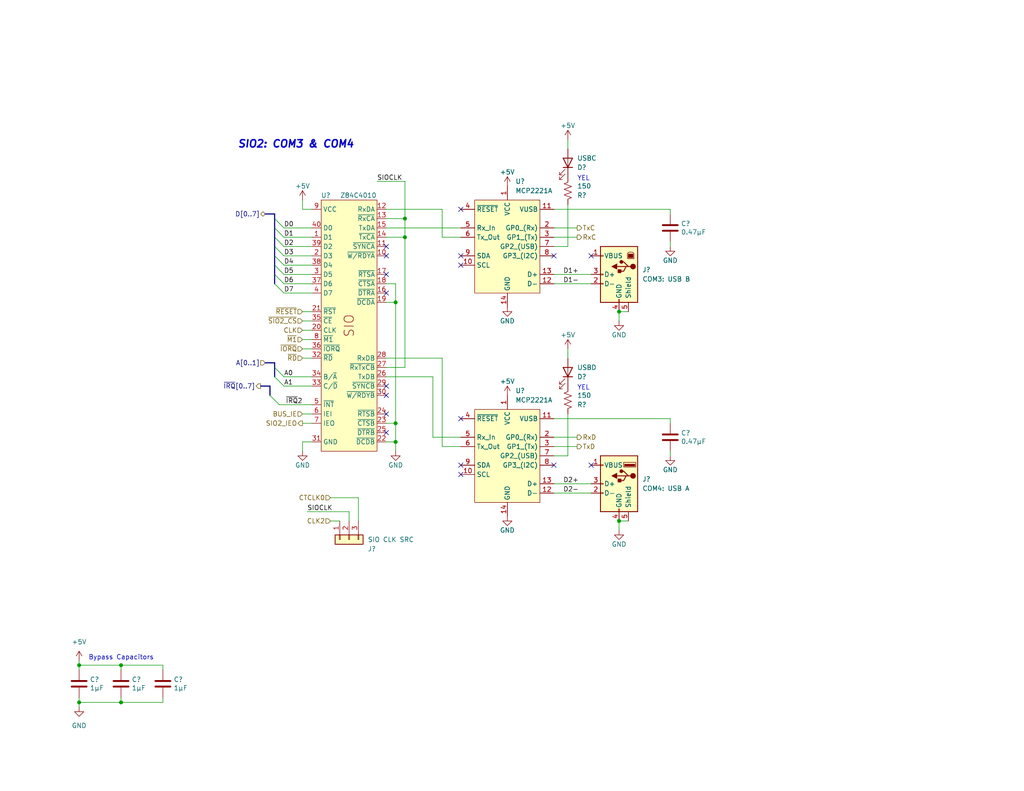
<source format=kicad_sch>
(kicad_sch (version 20230121) (generator eeschema)
  (paper "USLetter")
  (title_block (title "COM ports 3 and 4 (TTL)") (date "2023-08-24") (rev "1.2") (company "Frédéric Segard") (comment 1 "@microhobbyist") (comment 4 "A big thank you to John Winans, Grant Searle and Sergey Kiselev for their inspiration"))
  (lib_symbols
    (symbol "+5V_1" (power) (pin_names (offset 0))
      (property "Value" "+5V_1" (at 0 3.556 0))
      (symbol "+5V_1_0_1"
        (polyline (pts (xy -0.762 1.27) (xy 0 2.54)))
        (polyline (pts (xy 0 0) (xy 0 2.54)))
        (polyline (pts (xy 0 2.54) (xy 0.762 1.27)))
      )
      (symbol "+5V_1_1_1"
        (pin power_in line (at 0 0 90) (length 0) hide (name "+5V") (number "1"))
      )
    )
    (symbol "0_Library:MCP2221A"
      (property "Reference" "U" (at -10.16 1.27 0))
      (property "Value" "MCP2221A" (at 1.27 1.27 0))
      (symbol "MCP2221A_0_1"
        (rectangle (start -8.89 0) (end 8.89 -25.4) (stroke (width 0.1524)) (fill (type background)))
      )
      (symbol "MCP2221A_1_1"
        (pin power_in line (at 0 3.81 270) (length 3.81) (name "VCC") (number "1"))
        (pin bidirectional line (at -12.7 -17.78 0) (length 3.81) (name "SCL") (number "10"))
        (pin power_out line (at 12.7 -2.54 180) (length 3.81) (name "VUSB") (number "11"))
        (pin bidirectional line (at 12.7 -22.86 180) (length 3.81) (name "D-") (number "12"))
        (pin bidirectional line (at 12.7 -20.32 180) (length 3.81) (name "D+") (number "13"))
        (pin power_in line (at 0 -29.21 90) (length 3.81) (name "GND") (number "14"))
        (pin bidirectional line (at 12.7 -7.62 180) (length 3.81) (name "GP0_(Rx)") (number "2"))
        (pin bidirectional line (at 12.7 -10.16 180) (length 3.81) (name "GP1_(Tx)") (number "3"))
        (pin input line (at -12.7 -2.54 0) (length 3.81) (name "~{RESET}") (number "4"))
        (pin input line (at -12.7 -7.62 0) (length 3.81) (name "Rx_In") (number "5"))
        (pin output line (at -12.7 -10.16 0) (length 3.81) (name "Tx_Out") (number "6"))
        (pin bidirectional line (at 12.7 -12.7 180) (length 3.81) (name "GP2_(USB)") (number "7"))
        (pin bidirectional line (at 12.7 -15.24 180) (length 3.81) (name "GP3_(I2C)") (number "8"))
        (pin bidirectional line (at -12.7 -15.24 0) (length 3.81) (name "SDA") (number "9"))
      )
    )
    (symbol "0_Library:Z84C40xx SIO"
      (property "Reference" "U" (at -7.62 1.27 0))
      (property "Value" "Z84C40xx SIO" (at 1.27 1.27 0))
      (symbol "Z84C40xx SIO_0_0"
        (text "SIO" (at 0 -34.29 900) (effects (font (size 2.54 2.54))))
      )
      (symbol "Z84C40xx SIO_0_1"
        (rectangle (start -7.62 0) (end 7.62 -68.58) (stroke (width 0.1524)) (fill (type background)))
      )
      (symbol "Z84C40xx SIO_1_1"
        (pin bidirectional line (at -10.16 -10.16 0) (length 2.54) (name "D1") (number "1"))
        (pin output line (at 10.16 -15.24 180) (length 2.54) (name "~{W/RDYA}") (number "10"))
        (pin bidirectional line (at 10.16 -12.7 180) (length 2.54) (name "~{SYNCA}") (number "11"))
        (pin input line (at 10.16 -2.54 180) (length 2.54) (name "RxDA") (number "12"))
        (pin input line (at 10.16 -5.08 180) (length 2.54) (name "~{RxCA}") (number "13"))
        (pin input line (at 10.16 -10.16 180) (length 2.54) (name "~{TxCA}") (number "14"))
        (pin output line (at 10.16 -7.62 180) (length 2.54) (name "TxDA") (number "15"))
        (pin output line (at 10.16 -25.4 180) (length 2.54) (name "~{DTRA}") (number "16"))
        (pin output line (at 10.16 -20.32 180) (length 2.54) (name "~{RTSA}") (number "17"))
        (pin input line (at 10.16 -22.86 180) (length 2.54) (name "~{CTSA}") (number "18"))
        (pin input line (at 10.16 -27.94 180) (length 2.54) (name "~{DCDA}") (number "19"))
        (pin bidirectional line (at -10.16 -15.24 0) (length 2.54) (name "D3") (number "2"))
        (pin input line (at -10.16 -35.56 0) (length 2.54) (name "CLK") (number "20"))
        (pin input line (at -10.16 -30.48 0) (length 2.54) (name "~{RST}") (number "21"))
        (pin input line (at 10.16 -66.04 180) (length 2.54) (name "~{DCDB}") (number "22"))
        (pin input line (at 10.16 -60.96 180) (length 2.54) (name "~{CTSB}") (number "23"))
        (pin output line (at 10.16 -58.42 180) (length 2.54) (name "~{RTSB}") (number "24"))
        (pin output line (at 10.16 -63.5 180) (length 2.54) (name "~{DTRB}") (number "25"))
        (pin output line (at 10.16 -48.26 180) (length 2.54) (name "TxDB") (number "26"))
        (pin input line (at 10.16 -45.72 180) (length 2.54) (name "~{RxTxCB}") (number "27"))
        (pin input line (at 10.16 -43.18 180) (length 2.54) (name "RxDB") (number "28"))
        (pin bidirectional line (at 10.16 -50.8 180) (length 2.54) (name "~{SYNCB}") (number "29"))
        (pin bidirectional line (at -10.16 -20.32 0) (length 2.54) (name "D5") (number "3"))
        (pin output line (at 10.16 -53.34 180) (length 2.54) (name "~{W/RDYB}") (number "30"))
        (pin power_in line (at -10.16 -66.04 0) (length 2.54) (name "GND") (number "31"))
        (pin input line (at -10.16 -43.18 0) (length 2.54) (name "~{RD}") (number "32"))
        (pin input line (at -10.16 -50.8 0) (length 2.54) (name "C/~{D}") (number "33"))
        (pin input line (at -10.16 -48.26 0) (length 2.54) (name "B/~{A}") (number "34"))
        (pin input line (at -10.16 -33.02 0) (length 2.54) (name "~{CE}") (number "35"))
        (pin input line (at -10.16 -40.64 0) (length 2.54) (name "~{IORQ}") (number "36"))
        (pin bidirectional line (at -10.16 -22.86 0) (length 2.54) (name "D6") (number "37"))
        (pin bidirectional line (at -10.16 -17.78 0) (length 2.54) (name "D4") (number "38"))
        (pin bidirectional line (at -10.16 -12.7 0) (length 2.54) (name "D2") (number "39"))
        (pin bidirectional line (at -10.16 -25.4 0) (length 2.54) (name "D7") (number "4"))
        (pin bidirectional line (at -10.16 -7.62 0) (length 2.54) (name "D0") (number "40"))
        (pin open_collector line (at -10.16 -55.88 0) (length 2.54) (name "~{INT}") (number "5"))
        (pin input line (at -10.16 -58.42 0) (length 2.54) (name "IEI") (number "6"))
        (pin output line (at -10.16 -60.96 0) (length 2.54) (name "IEO") (number "7"))
        (pin input line (at -10.16 -38.1 0) (length 2.54) (name "~{M1}") (number "8"))
        (pin power_in line (at -10.16 -2.54 0) (length 2.54) (name "VCC") (number "9"))
      )
    )
    (symbol "Connector:USB_A" (pin_names (offset 1.016))
      (property "Reference" "J" (at -5.08 11.43 0))
      (property "Value" "USB_A" (at -5.08 8.89 0))
      (symbol "USB_A_0_1"
        (rectangle (start -5.08 -7.62) (end 5.08 7.62) (stroke (width 0.254)) (fill (type background)))
        (circle (center -3.81 2.159) (radius 0.635) (stroke (width 0.254)) (fill (type outline)))
        (rectangle (start -1.524 4.826) (end -4.318 5.334) (fill (type outline)))
        (rectangle (start -1.27 4.572) (end -4.572 5.842))
        (circle (center -0.635 3.429) (radius 0.381) (stroke (width 0.254)) (fill (type outline)))
        (rectangle (start -0.127 -7.62) (end 0.127 -6.858))
        (polyline (pts (xy -3.175 2.159) (xy -2.54 2.159) (xy -1.27 3.429) (xy -0.635 3.429)) (stroke (width 0.254)))
        (polyline (pts (xy -2.54 2.159) (xy -1.905 2.159) (xy -1.27 0.889) (xy 0 0.889)) (stroke (width 0.254)))
        (polyline (pts (xy 0.635 2.794) (xy 0.635 1.524) (xy 1.905 2.159) (xy 0.635 2.794)) (stroke (width 0.254)) (fill (type outline)))
        (rectangle (start 0.254 1.27) (end -0.508 0.508) (stroke (width 0.254)) (fill (type outline)))
        (rectangle (start 5.08 -2.667) (end 4.318 -2.413))
        (rectangle (start 5.08 -0.127) (end 4.318 0.127))
        (rectangle (start 5.08 4.953) (end 4.318 5.207))
      )
      (symbol "USB_A_1_1"
        (polyline (pts (xy -1.905 2.159) (xy 0.635 2.159)) (stroke (width 0.254)))
        (pin power_in line (at 7.62 5.08 180) (length 2.54) (name "VBUS") (number "1"))
        (pin bidirectional line (at 7.62 -2.54 180) (length 2.54) (name "D-") (number "2"))
        (pin bidirectional line (at 7.62 0 180) (length 2.54) (name "D+") (number "3"))
        (pin power_in line (at 0 -10.16 90) (length 2.54) (name "GND") (number "4"))
        (pin passive line (at -2.54 -10.16 90) (length 2.54) (name "Shield") (number "5"))
      )
    )
    (symbol "Connector:USB_B" (pin_names (offset 1.016))
      (property "Reference" "J" (at -5.08 11.43 0))
      (property "Value" "USB_B" (at -5.08 8.89 0))
      (symbol "USB_B_0_1"
        (rectangle (start -5.08 -7.62) (end 5.08 7.62) (stroke (width 0.254)) (fill (type background)))
        (circle (center -3.81 2.159) (radius 0.635) (stroke (width 0.254)) (fill (type outline)))
        (rectangle (start -3.81 5.588) (end -2.54 4.572) (fill (type outline)))
        (circle (center -0.635 3.429) (radius 0.381) (stroke (width 0.254)) (fill (type outline)))
        (rectangle (start -0.127 -7.62) (end 0.127 -6.858))
        (polyline (pts (xy -1.905 2.159) (xy 0.635 2.159)) (stroke (width 0.254)))
        (polyline (pts (xy -3.175 2.159) (xy -2.54 2.159) (xy -1.27 3.429) (xy -0.635 3.429)) (stroke (width 0.254)))
        (polyline (pts (xy -2.54 2.159) (xy -1.905 2.159) (xy -1.27 0.889) (xy 0 0.889)) (stroke (width 0.254)))
        (polyline (pts (xy 0.635 2.794) (xy 0.635 1.524) (xy 1.905 2.159) (xy 0.635 2.794)) (stroke (width 0.254)) (fill (type outline)))
        (polyline (pts (xy -4.064 4.318) (xy -2.286 4.318) (xy -2.286 5.715) (xy -2.667 6.096) (xy -3.683 6.096) (xy -4.064 5.715) (xy -4.064 4.318)))
        (rectangle (start 0.254 1.27) (end -0.508 0.508) (stroke (width 0.254)) (fill (type outline)))
        (rectangle (start 5.08 -2.667) (end 4.318 -2.413))
        (rectangle (start 5.08 -0.127) (end 4.318 0.127))
        (rectangle (start 5.08 4.953) (end 4.318 5.207))
      )
      (symbol "USB_B_1_1"
        (pin power_out line (at 7.62 5.08 180) (length 2.54) (name "VBUS") (number "1"))
        (pin bidirectional line (at 7.62 -2.54 180) (length 2.54) (name "D-") (number "2"))
        (pin bidirectional line (at 7.62 0 180) (length 2.54) (name "D+") (number "3"))
        (pin power_out line (at 0 -10.16 90) (length 2.54) (name "GND") (number "4"))
        (pin passive line (at -2.54 -10.16 90) (length 2.54) (name "Shield") (number "5"))
      )
    )
    (symbol "Connector_Generic:Conn_01x03" (pin_names (offset 1.016) hide)
      (property "Reference" "J" (at 0 5.08 0))
      (property "Value" "Conn_01x03" (at 0 -5.08 0))
      (symbol "Conn_01x03_1_1"
        (rectangle (start -1.27 -2.413) (end 0 -2.667) (stroke (width 0.1524)))
        (rectangle (start -1.27 0.127) (end 0 -0.127) (stroke (width 0.1524)))
        (rectangle (start -1.27 2.667) (end 0 2.413) (stroke (width 0.1524)))
        (rectangle (start -1.27 3.81) (end 1.27 -3.81) (stroke (width 0.254)) (fill (type background)))
        (pin passive line (at -5.08 2.54 0) (length 3.81) (name "Pin_1") (number "1"))
        (pin passive line (at -5.08 0 0) (length 3.81) (name "Pin_2") (number "2"))
        (pin passive line (at -5.08 -2.54 0) (length 3.81) (name "Pin_3") (number "3"))
      )
    )
    (symbol "Device:C" (pin_numbers hide) (pin_names (offset 0.254))
      (property "Reference" "C" (at 0.635 2.54 0))
      (property "Value" "C" (at 0.635 -2.54 0))
      (symbol "C_0_1"
        (polyline (pts (xy -2.032 -0.762) (xy 2.032 -0.762)) (stroke (width 0.508)))
        (polyline (pts (xy -2.032 0.762) (xy 2.032 0.762)) (stroke (width 0.508)))
      )
      (symbol "C_1_1"
        (pin passive line (at 0 3.81 270) (length 2.794) (name "~") (number "1"))
        (pin passive line (at 0 -3.81 90) (length 2.794) (name "~") (number "2"))
      )
    )
    (symbol "Device:LED" (pin_numbers hide) (pin_names (offset 1.016) hide)
      (property "Reference" "D" (at 0 2.54 0))
      (property "Value" "LED" (at 0 -2.54 0))
      (symbol "LED_0_1"
        (polyline (pts (xy -1.27 -1.27) (xy -1.27 1.27)) (stroke (width 0.254)))
        (polyline (pts (xy -1.27 0) (xy 1.27 0)))
        (polyline (pts (xy 1.27 -1.27) (xy 1.27 1.27) (xy -1.27 0) (xy 1.27 -1.27)) (stroke (width 0.254)))
        (polyline (pts (xy -3.048 -0.762) (xy -4.572 -2.286) (xy -3.81 -2.286) (xy -4.572 -2.286) (xy -4.572 -1.524)))
        (polyline (pts (xy -1.778 -0.762) (xy -3.302 -2.286) (xy -2.54 -2.286) (xy -3.302 -2.286) (xy -3.302 -1.524)))
      )
      (symbol "LED_1_1"
        (pin passive line (at -3.81 0 0) (length 2.54) (name "K") (number "1"))
        (pin passive line (at 3.81 0 180) (length 2.54) (name "A") (number "2"))
      )
    )
    (symbol "Device:R_US" (pin_numbers hide) (pin_names (offset 0))
      (property "Reference" "R" (at 2.54 0 90))
      (property "Value" "R_US" (at -2.54 0 90))
      (symbol "R_US_0_1"
        (polyline (pts (xy 0 -2.286) (xy 0 -2.54)))
        (polyline (pts (xy 0 2.286) (xy 0 2.54)))
        (polyline (pts (xy 0 -0.762) (xy 1.016 -1.143) (xy 0 -1.524) (xy -1.016 -1.905) (xy 0 -2.286)))
        (polyline (pts (xy 0 0.762) (xy 1.016 0.381) (xy 0 0) (xy -1.016 -0.381) (xy 0 -0.762)))
        (polyline (pts (xy 0 2.286) (xy 1.016 1.905) (xy 0 1.524) (xy -1.016 1.143) (xy 0 0.762)))
      )
      (symbol "R_US_1_1"
        (pin passive line (at 0 3.81 270) (length 1.27) (name "~") (number "1"))
        (pin passive line (at 0 -3.81 90) (length 1.27) (name "~") (number "2"))
      )
    )
    (symbol "GND_1" (power) (pin_names (offset 0))
      (property "Value" "GND_1" (at 0 -3.81 0))
      (symbol "GND_1_0_1"
        (polyline (pts (xy 0 0) (xy 0 -1.27) (xy 1.27 -1.27) (xy 0 -2.54) (xy -1.27 -1.27) (xy 0 -1.27)))
      )
      (symbol "GND_1_1_1"
        (pin power_in line (at 0 0 270) (length 0) hide (name "GND") (number "1"))
      )
    )
  )
  (junction (at 110.49 59.69))
  (junction (at 107.95 115.57))
  (junction (at 21.59 191.77))
  (junction (at 110.49 64.77))
  (junction (at 168.91 142.24))
  (junction (at 21.59 181.61))
  (junction (at 168.91 85.09))
  (junction (at 107.95 82.55))
  (junction (at 107.95 120.65))
  (junction (at 33.02 191.77))
  (junction (at 33.02 181.61))
  (no_connect (at 125.73 69.85))
  (no_connect (at 105.41 80.01))
  (no_connect (at 125.73 127))
  (no_connect (at 105.41 113.03))
  (no_connect (at 105.41 67.31))
  (no_connect (at 151.13 127))
  (no_connect (at 105.41 107.95))
  (no_connect (at 105.41 74.93))
  (no_connect (at 105.41 105.41))
  (no_connect (at 151.13 69.85))
  (no_connect (at 125.73 129.54))
  (no_connect (at 125.73 72.39))
  (no_connect (at 105.41 118.11))
  (no_connect (at 161.29 127))
  (no_connect (at 125.73 114.3))
  (no_connect (at 161.29 69.85))
  (no_connect (at 105.41 69.85))
  (no_connect (at 125.73 57.15))
  (bus_entry (at 74.93 77.47) (size 2.54 2.54))
  (bus_entry (at 74.93 69.85) (size 2.54 2.54))
  (bus_entry (at 74.93 64.77) (size 2.54 2.54))
  (bus_entry (at 74.93 67.31) (size 2.54 2.54))
  (bus_entry (at 74.93 59.69) (size 2.54 2.54))
  (bus_entry (at 74.93 74.93) (size 2.54 2.54))
  (bus_entry (at 74.93 100.33) (size 2.54 2.54))
  (bus_entry (at 74.93 102.87) (size 2.54 2.54))
  (bus_entry (at 74.93 62.23) (size 2.54 2.54))
  (bus_entry (at 74.93 72.39) (size 2.54 2.54))
  (bus_entry (at 73.66 107.95) (size 2.54 2.54))
  (wire (pts (xy 182.88 58.42) (xy 182.88 57.15)))
  (wire (pts (xy 182.88 115.57) (xy 182.88 114.3)))
  (wire (pts (xy 151.13 57.15) (xy 182.88 57.15)))
  (wire (pts (xy 77.47 105.41) (xy 85.09 105.41)))
  (wire (pts (xy 82.55 87.63) (xy 85.09 87.63)))
  (wire (pts (xy 82.55 113.03) (xy 85.09 113.03)))
  (wire (pts (xy 83.82 139.7) (xy 95.25 139.7)))
  (wire (pts (xy 151.13 124.46) (xy 154.94 124.46)))
  (wire (pts (xy 105.41 100.33) (xy 110.49 100.33)))
  (wire (pts (xy 77.47 72.39) (xy 85.09 72.39)))
  (wire (pts (xy 151.13 62.23) (xy 157.48 62.23)))
  (wire (pts (xy 21.59 181.61) (xy 21.59 182.88)))
  (wire (pts (xy 125.73 121.92) (xy 120.65 121.92)))
  (wire (pts (xy 97.79 135.89) (xy 97.79 142.24)))
  (wire (pts (xy 168.91 85.09) (xy 168.91 87.63)))
  (wire (pts (xy 44.45 182.88) (xy 44.45 181.61)))
  (wire (pts (xy 33.02 190.5) (xy 33.02 191.77)))
  (wire (pts (xy 105.41 115.57) (xy 107.95 115.57)))
  (wire (pts (xy 151.13 119.38) (xy 157.48 119.38)))
  (wire (pts (xy 82.55 120.65) (xy 82.55 123.19)))
  (wire (pts (xy 182.88 114.3) (xy 151.13 114.3)))
  (wire (pts (xy 44.45 190.5) (xy 44.45 191.77)))
  (wire (pts (xy 151.13 67.31) (xy 154.94 67.31)))
  (wire (pts (xy 77.47 64.77) (xy 85.09 64.77)))
  (bus (pts (xy 74.93 102.87) (xy 74.93 100.33)))
  (wire (pts (xy 182.88 67.31) (xy 182.88 66.04)))
  (bus (pts (xy 72.39 99.06) (xy 74.93 99.06)))
  (wire (pts (xy 154.94 113.03) (xy 154.94 124.46)))
  (bus (pts (xy 74.93 74.93) (xy 74.93 72.39)))
  (wire (pts (xy 105.41 82.55) (xy 107.95 82.55)))
  (wire (pts (xy 102.87 49.53) (xy 110.49 49.53)))
  (wire (pts (xy 77.47 80.01) (xy 85.09 80.01)))
  (wire (pts (xy 82.55 97.79) (xy 85.09 97.79)))
  (wire (pts (xy 105.41 77.47) (xy 107.95 77.47)))
  (wire (pts (xy 77.47 67.31) (xy 85.09 67.31)))
  (wire (pts (xy 154.94 95.25) (xy 154.94 97.79)))
  (wire (pts (xy 107.95 77.47) (xy 107.95 82.55)))
  (bus (pts (xy 74.93 69.85) (xy 74.93 67.31)))
  (wire (pts (xy 110.49 64.77) (xy 105.41 64.77)))
  (wire (pts (xy 105.41 62.23) (xy 125.73 62.23)))
  (wire (pts (xy 77.47 69.85) (xy 85.09 69.85)))
  (wire (pts (xy 168.91 85.09) (xy 171.45 85.09)))
  (wire (pts (xy 76.2 110.49) (xy 85.09 110.49)))
  (bus (pts (xy 74.93 67.31) (xy 74.93 64.77)))
  (wire (pts (xy 44.45 181.61) (xy 33.02 181.61)))
  (wire (pts (xy 151.13 134.62) (xy 161.29 134.62)))
  (wire (pts (xy 151.13 121.92) (xy 157.48 121.92)))
  (wire (pts (xy 33.02 181.61) (xy 21.59 181.61)))
  (bus (pts (xy 74.93 59.69) (xy 74.93 58.42)))
  (wire (pts (xy 168.91 142.24) (xy 171.45 142.24)))
  (wire (pts (xy 151.13 64.77) (xy 157.48 64.77)))
  (wire (pts (xy 151.13 74.93) (xy 161.29 74.93)))
  (wire (pts (xy 33.02 182.88) (xy 33.02 181.61)))
  (wire (pts (xy 151.13 77.47) (xy 161.29 77.47)))
  (wire (pts (xy 151.13 132.08) (xy 161.29 132.08)))
  (bus (pts (xy 72.39 58.42) (xy 74.93 58.42)))
  (wire (pts (xy 77.47 62.23) (xy 85.09 62.23)))
  (wire (pts (xy 21.59 191.77) (xy 33.02 191.77)))
  (bus (pts (xy 74.93 77.47) (xy 74.93 74.93)))
  (wire (pts (xy 77.47 74.93) (xy 85.09 74.93)))
  (wire (pts (xy 154.94 55.88) (xy 154.94 67.31)))
  (wire (pts (xy 82.55 92.71) (xy 85.09 92.71)))
  (wire (pts (xy 110.49 59.69) (xy 110.49 49.53)))
  (wire (pts (xy 21.59 190.5) (xy 21.59 191.77)))
  (bus (pts (xy 74.93 64.77) (xy 74.93 62.23)))
  (wire (pts (xy 82.55 95.25) (xy 85.09 95.25)))
  (wire (pts (xy 107.95 82.55) (xy 107.95 115.57)))
  (wire (pts (xy 105.41 120.65) (xy 107.95 120.65)))
  (wire (pts (xy 105.41 57.15) (xy 120.65 57.15)))
  (wire (pts (xy 82.55 90.17) (xy 85.09 90.17)))
  (wire (pts (xy 90.17 135.89) (xy 97.79 135.89)))
  (wire (pts (xy 118.11 102.87) (xy 105.41 102.87)))
  (wire (pts (xy 107.95 120.65) (xy 107.95 123.19)))
  (wire (pts (xy 110.49 59.69) (xy 105.41 59.69)))
  (wire (pts (xy 85.09 120.65) (xy 82.55 120.65)))
  (wire (pts (xy 82.55 54.61) (xy 82.55 57.15)))
  (wire (pts (xy 21.59 180.34) (xy 21.59 181.61)))
  (bus (pts (xy 74.93 100.33) (xy 74.93 99.06)))
  (bus (pts (xy 71.12 105.41) (xy 73.66 105.41)))
  (bus (pts (xy 74.93 72.39) (xy 74.93 69.85)))
  (bus (pts (xy 74.93 62.23) (xy 74.93 59.69)))
  (wire (pts (xy 120.65 57.15) (xy 120.65 64.77)))
  (wire (pts (xy 118.11 119.38) (xy 125.73 119.38)))
  (wire (pts (xy 77.47 77.47) (xy 85.09 77.47)))
  (bus (pts (xy 73.66 105.41) (xy 73.66 107.95)))
  (wire (pts (xy 105.41 97.79) (xy 120.65 97.79)))
  (wire (pts (xy 95.25 139.7) (xy 95.25 142.24)))
  (wire (pts (xy 107.95 115.57) (xy 107.95 120.65)))
  (wire (pts (xy 110.49 100.33) (xy 110.49 64.77)))
  (wire (pts (xy 90.17 142.24) (xy 92.71 142.24)))
  (wire (pts (xy 85.09 57.15) (xy 82.55 57.15)))
  (wire (pts (xy 33.02 191.77) (xy 44.45 191.77)))
  (wire (pts (xy 110.49 64.77) (xy 110.49 59.69)))
  (wire (pts (xy 82.55 115.57) (xy 85.09 115.57)))
  (wire (pts (xy 154.94 38.1) (xy 154.94 40.64)))
  (wire (pts (xy 168.91 142.24) (xy 168.91 144.78)))
  (wire (pts (xy 120.65 97.79) (xy 120.65 121.92)))
  (wire (pts (xy 77.47 102.87) (xy 85.09 102.87)))
  (wire (pts (xy 82.55 85.09) (xy 85.09 85.09)))
  (wire (pts (xy 21.59 191.77) (xy 21.59 193.04)))
  (wire (pts (xy 125.73 64.77) (xy 120.65 64.77)))
  (wire (pts (xy 118.11 119.38) (xy 118.11 102.87)))
  (wire (pts (xy 182.88 124.46) (xy 182.88 123.19)))
  (text "YEL" (at 157.48 49.53 0) (effects (font (size 1.27 1.27)) (justify left bottom)))
  (text "SIO2: COM3 & COM4" (at 64.77 40.64 0) (effects (font (size 2 2) (thickness 0.4) bold italic) (justify left bottom)))
  (text "YEL" (at 157.48 106.68 0) (effects (font (size 1.27 1.27)) (justify left bottom)))
  (text "Bypass Capacitors" (at 24.13 180.34 0) (effects (font (size 1.27 1.27)) (justify left bottom)))
  (label "D5" (at 77.47 74.93 0))
  (label "D2+" (at 153.67 132.08 0))
  (label "D1" (at 77.47 64.77 0))
  (label "~{IRQ}2" (at 82.55 110.49 180))
  (label "D6" (at 77.47 77.47 0))
  (label "A1" (at 77.47 105.41 0))
  (label "D2" (at 77.47 67.31 0))
  (label "D2-" (at 153.67 134.62 0))
  (label "D1-" (at 153.67 77.47 0))
  (label "D7" (at 77.47 80.01 0))
  (label "SIOCLK" (at 102.87 49.53 0))
  (label "D3" (at 77.47 69.85 0))
  (label "D4" (at 77.47 72.39 0))
  (label "D1+" (at 153.67 74.93 0))
  (label "SIOCLK" (at 83.82 139.7 0))
  (label "D0" (at 77.47 62.23 0))
  (label "A0" (at 77.47 102.87 0))
  (hierarchical_label "~{RD}" (shape input) (at 82.55 97.79 180))
  (hierarchical_label "CLK2" (shape input) (at 90.17 142.24 180))
  (hierarchical_label "~{IORQ}" (shape input) (at 82.55 95.25 180))
  (hierarchical_label "CTCLK0" (shape input) (at 90.17 135.89 180))
  (hierarchical_label "CLK" (shape input) (at 82.55 90.17 180))
  (hierarchical_label "TxD" (shape output) (at 157.48 121.92 0))
  (hierarchical_label "SIO2_IEO" (shape output) (at 82.55 115.57 180))
  (hierarchical_label "RxD" (shape output) (at 157.48 119.38 0))
  (hierarchical_label "TxC" (shape output) (at 157.48 62.23 0))
  (hierarchical_label "D[0..7]" (shape bidirectional) (at 72.39 58.42 180))
  (hierarchical_label "~{M1}" (shape input) (at 82.55 92.71 180))
  (hierarchical_label "BUS_IE" (shape input) (at 82.55 113.03 180))
  (hierarchical_label "A[0..1]" (shape input) (at 72.39 99.06 180))
  (hierarchical_label "RxC" (shape output) (at 157.48 64.77 0))
  (hierarchical_label "~{RESET}" (shape input) (at 82.55 85.09 180))
  (hierarchical_label "~{IRQ}[0..7]" (shape output) (at 71.12 105.41 180))
  (hierarchical_label "~{SIO2_CS}" (shape input) (at 82.55 87.63 180))
  (symbol (lib_id "Device:C") (at 21.59 186.69 0) (unit 1)
    (property "Reference" "C?" (at 24.511 185.5216 0) (effects (justify left)))
    (property "Value" "1µF" (at 24.511 187.833 0) (effects (justify left)))
    (property "Footprint" "Capacitor_THT:C_Disc_D3.0mm_W1.6mm_P2.50mm" (effects hide))
    (instances (project "1 - Main CPU board with basic peripherals (rev5)" (path "" (reference "C?") (unit 1))) (project "2 - CPU and memory card with the essential peripherals" (path "" (reference "C?") (unit 1))) (project "4 - Quad serial" (path "" (reference "C?") (unit 1)) (path "" (reference "C?") (unit 1)) (path "" (reference "C18") (unit 1))))
  )
  (symbol (lib_name "GND_1") (lib_id "power:GND") (at 182.88 67.31 0) (unit 1)
    (property "Reference" "#PWR?" (effects hide))
    (property "Value" "GND" (at 182.88 71.12 0))
    (instances (project "1 - Main CPU board with basic peripherals (rev5)" (path "" (reference "#PWR?") (unit 1))) (project "2 - CPU and memory card with the essential peripherals" (path "" (reference "#PWR?") (unit 1))) (project "4 - Quad serial" (path "" (reference "#PWR?") (unit 1)) (path "" (reference "#PWR?") (unit 1)) (path "" (reference "#PWR051") (unit 1))))
  )
  (symbol (lib_id "Device:LED") (at 154.94 101.6 270) (mirror x) (unit 1)
    (property "Reference" "D?" (at 157.48 102.87 90) (effects (justify left)))
    (property "Value" "USBD" (at 157.48 100.33 90) (effects (justify left)))
    (property "Footprint" "LED_THT:LED_D3.0mm_Horizontal_O1.27mm_Z2.0mm_Clear" (effects hide))
    (instances (project "1 - Main CPU board with basic peripherals (rev5)" (path "" (reference "D?") (unit 1))) (project "1 - Main CPU card with CTC, SIO and PIO" (path "" (reference "D?") (unit 1)) (path "" (reference "D?") (unit 1))) (project "4 - Quad serial" (path "" (reference "D10") (unit 1))))
  )
  (symbol (lib_name "GND_1") (lib_id "power:GND") (at 168.91 87.63 0) (mirror y) (unit 1)
    (property "Reference" "#PWR?" (effects hide))
    (property "Value" "GND" (at 168.91 91.44 0))
    (instances (project "1 - Main CPU board with basic peripherals (rev5)" (path "" (reference "#PWR?") (unit 1))) (project "2 - CPU and memory card with the essential peripherals" (path "" (reference "#PWR?") (unit 1))) (project "4 - Quad serial" (path "" (reference "#PWR?") (unit 1)) (path "" (reference "#PWR?") (unit 1)) (path "" (reference "#PWR049") (unit 1))))
  )
  (symbol (lib_id "0_Library:MCP2221A") (at 138.43 111.76 0) (unit 1)
    (property "Reference" "U?" (at 140.6241 106.68 0) (effects (justify left)))
    (property "Value" "MCP2221A" (at 140.6241 109.22 0) (effects (justify left)))
    (property "Footprint" "Package_DIP:DIP-14_W7.62mm_Socket" (effects hide))
    (property "Datasheet" "https://ww1.microchip.com/downloads/aemDocuments/documents/APID/ProductDocuments/DataSheets/MCP2221A-Data-Sheet-20005565E.pdf" (effects hide))
    (instances (project "1 - Main CPU board with basic peripherals (rev5)" (path "" (reference "U?") (unit 1))) (project "4 - Quad serial" (path "" (reference "U11") (unit 1))))
  )
  (symbol (lib_id "0_Library:MCP2221A") (at 138.43 54.61 0) (unit 1)
    (property "Reference" "U?" (at 140.6241 49.53 0) (effects (justify left)))
    (property "Value" "MCP2221A" (at 140.6241 52.07 0) (effects (justify left)))
    (property "Footprint" "Package_DIP:DIP-14_W7.62mm_Socket" (effects hide))
    (property "Datasheet" "https://ww1.microchip.com/downloads/aemDocuments/documents/APID/ProductDocuments/DataSheets/MCP2221A-Data-Sheet-20005565E.pdf" (effects hide))
    (instances (project "1 - Main CPU board with basic peripherals (rev5)" (path "" (reference "U?") (unit 1))) (project "4 - Quad serial" (path "" (reference "U10") (unit 1))))
  )
  (symbol (lib_name "GND_1") (lib_id "power:GND") (at 138.43 83.82 0) (unit 1)
    (property "Reference" "#PWR?" (effects hide))
    (property "Value" "GND" (at 138.43 87.63 0))
    (instances (project "1 - Main CPU board with basic peripherals (rev5)" (path "" (reference "#PWR?") (unit 1))) (project "2 - CPU and memory card with the essential peripherals" (path "" (reference "#PWR?") (unit 1))) (project "4 - Quad serial" (path "" (reference "#PWR?") (unit 1)) (path "" (reference "#PWR?") (unit 1)) (path "" (reference "#PWR044") (unit 1))))
  )
  (symbol (lib_id "Device:LED") (at 154.94 44.45 270) (mirror x) (unit 1)
    (property "Reference" "D?" (at 157.48 45.72 90) (effects (justify left)))
    (property "Value" "USBC" (at 157.48 43.18 90) (effects (justify left)))
    (property "Footprint" "LED_THT:LED_D3.0mm_Horizontal_O1.27mm_Z2.0mm_Clear" (effects hide))
    (instances (project "1 - Main CPU board with basic peripherals (rev5)" (path "" (reference "D?") (unit 1))) (project "1 - Main CPU card with CTC, SIO and PIO" (path "" (reference "D?") (unit 1)) (path "" (reference "D?") (unit 1))) (project "4 - Quad serial" (path "" (reference "D9") (unit 1))))
  )
  (symbol (lib_id "Connector:USB_B") (at 168.91 74.93 0) (mirror y) (unit 1)
    (property "Reference" "J?" (at 175.26 73.66 0) (effects (justify right)))
    (property "Value" "COM3: USB B" (at 175.26 76.2 0) (effects (justify right)))
    (property "Footprint" "Connector_USB:USB_B_Lumberg_2411_02_Horizontal" (effects hide))
    (property "Datasheet" " ~" (effects hide))
    (instances (project "1 - Main CPU board with basic peripherals (rev5)" (path "" (reference "J?") (unit 1))) (project "4 - Quad serial" (path "" (reference "J7") (unit 1))))
  )
  (symbol (lib_id "0_Library:Z84C40xx SIO") (at 95.25 54.61 0) (unit 1)
    (property "Reference" "U?" (at 88.9 53.34 0))
    (property "Value" "Z84C4010" (at 97.79 53.34 0))
    (property "Footprint" "Package_DIP:DIP-40_W15.24mm_Socket" (effects hide))
    (property "Datasheet" "https://www.mouser.ca/datasheet/2/240/zilgs00978_1-2584731.pdf" (effects hide))
    (instances (project "1 - Main CPU board with basic peripherals (rev5)" (path "" (reference "U?") (unit 1))) (project "2 - CPU and memory card with the essential peripherals" (path "" (reference "U?") (unit 1))) (project "4 - Quad serial" (path "" (reference "U?") (unit 1)) (path "" (reference "U9") (unit 1))))
  )
  (symbol (lib_id "Device:R_US") (at 154.94 52.07 0) (mirror x) (unit 1)
    (property "Reference" "R?" (at 157.48 53.34 0) (effects (justify left)))
    (property "Value" "150" (at 157.48 50.8 0) (effects (justify left)))
    (property "Footprint" "Resistor_THT:R_Axial_DIN0207_L6.3mm_D2.5mm_P10.16mm_Horizontal" (effects hide))
    (instances (project "1 - Main CPU board with basic peripherals (rev5)" (path "" (reference "R?") (unit 1))) (project "1 - Main CPU card with CTC, SIO and PIO" (path "" (reference "R?") (unit 1)) (path "" (reference "R?") (unit 1))) (project "4 - Quad serial" (path "" (reference "R3") (unit 1))))
  )
  (symbol (lib_id "Device:C") (at 182.88 119.38 0) (unit 1)
    (property "Reference" "C?" (at 185.801 118.2116 0) (effects (justify left)))
    (property "Value" "0.47µF" (at 185.801 120.523 0) (effects (justify left)))
    (property "Footprint" "Capacitor_THT:C_Disc_D3.0mm_W1.6mm_P2.50mm" (effects hide))
    (instances (project "1 - Main CPU board with basic peripherals (rev5)" (path "" (reference "C?") (unit 1))) (project "2 - CPU and memory card with the essential peripherals" (path "" (reference "C?") (unit 1))) (project "4 - Quad serial" (path "" (reference "C?") (unit 1)) (path "" (reference "C?") (unit 1)) (path "" (reference "C22") (unit 1))))
  )
  (symbol (lib_id "Connector:USB_A") (at 168.91 132.08 0) (mirror y) (unit 1)
    (property "Reference" "J?" (at 175.26 130.81 0) (effects (justify right)))
    (property "Value" "COM4: USB A" (at 175.26 133.35 0) (effects (justify right)))
    (property "Footprint" "Connector_USB:USB_A_Stewart_SS-52100-001_Horizontal" (effects hide))
    (property "Datasheet" " ~" (effects hide))
    (instances (project "1 - Main CPU board with basic peripherals (rev5)" (path "" (reference "J?") (unit 1))) (project "4 - Quad serial" (path "" (reference "J8") (unit 1))))
  )
  (symbol (lib_name "+5V_1") (lib_id "power:+5V") (at 138.43 107.95 0) (unit 1)
    (property "Reference" "#PWR?" (effects hide))
    (property "Value" "+5V" (at 138.43 104.14 0))
    (instances (project "1 - Main CPU board with basic peripherals (rev5)" (path "" (reference "#PWR?") (unit 1))) (project "2 - CPU and memory card with the essential peripherals" (path "" (reference "#PWR?") (unit 1))) (project "4 - Quad serial" (path "" (reference "#PWR?") (unit 1)) (path "" (reference "#PWR?") (unit 1)) (path "" (reference "#PWR045") (unit 1))))
  )
  (symbol (lib_id "Device:R_US") (at 154.94 109.22 0) (mirror x) (unit 1)
    (property "Reference" "R?" (at 157.48 110.49 0) (effects (justify left)))
    (property "Value" "150" (at 157.48 107.95 0) (effects (justify left)))
    (property "Footprint" "Resistor_THT:R_Axial_DIN0207_L6.3mm_D2.5mm_P10.16mm_Horizontal" (effects hide))
    (instances (project "1 - Main CPU board with basic peripherals (rev5)" (path "" (reference "R?") (unit 1))) (project "1 - Main CPU card with CTC, SIO and PIO" (path "" (reference "R?") (unit 1)) (path "" (reference "R?") (unit 1))) (project "4 - Quad serial" (path "" (reference "R4") (unit 1))))
  )
  (symbol (lib_name "GND_1") (lib_id "power:GND") (at 107.95 123.19 0) (unit 1)
    (property "Reference" "#PWR?" (effects hide))
    (property "Value" "GND" (at 107.95 127 0))
    (instances (project "1 - Main CPU board with basic peripherals (rev5)" (path "" (reference "#PWR?") (unit 1))) (project "2 - CPU and memory card with the essential peripherals" (path "" (reference "#PWR?") (unit 1))) (project "4 - Quad serial" (path "" (reference "#PWR?") (unit 1)) (path "" (reference "#PWR?") (unit 1)) (path "" (reference "#PWR042") (unit 1))))
  )
  (symbol (lib_name "+5V_1") (lib_id "power:+5V") (at 154.94 38.1 0) (unit 1)
    (property "Reference" "#PWR?" (effects hide))
    (property "Value" "+5V" (at 154.94 34.29 0))
    (instances (project "1 - Main CPU board with basic peripherals (rev5)" (path "" (reference "#PWR?") (unit 1))) (project "2 - CPU and memory card with the essential peripherals" (path "" (reference "#PWR?") (unit 1))) (project "4 - Quad serial" (path "" (reference "#PWR?") (unit 1)) (path "" (reference "#PWR?") (unit 1)) (path "" (reference "#PWR047") (unit 1))))
  )
  (symbol (lib_name "+5V_1") (lib_id "power:+5V") (at 154.94 95.25 0) (unit 1)
    (property "Reference" "#PWR?" (effects hide))
    (property "Value" "+5V" (at 154.94 91.44 0))
    (instances (project "1 - Main CPU board with basic peripherals (rev5)" (path "" (reference "#PWR?") (unit 1))) (project "2 - CPU and memory card with the essential peripherals" (path "" (reference "#PWR?") (unit 1))) (project "4 - Quad serial" (path "" (reference "#PWR?") (unit 1)) (path "" (reference "#PWR?") (unit 1)) (path "" (reference "#PWR048") (unit 1))))
  )
  (symbol (lib_id "Connector_Generic:Conn_01x03") (at 95.25 147.32 90) (mirror x) (unit 1)
    (property "Reference" "J?" (at 100.33 149.86 90) (effects (justify right)))
    (property "Value" "SIO CLK SRC" (at 100.33 147.32 90) (effects (justify right)))
    (property "Footprint" "Connector_PinHeader_2.54mm:PinHeader_1x03_P2.54mm_Vertical" (effects hide))
    (instances (project "1 - Main CPU board with basic peripherals (rev5)" (path "" (reference "J?") (unit 1))) (project "4 - Quad serial" (path "" (reference "J6") (unit 1)) (path "" (reference "J?") (unit 1))))
  )
  (symbol (lib_name "GND_1") (lib_id "power:GND") (at 82.55 123.19 0) (unit 1)
    (property "Reference" "#PWR?" (effects hide))
    (property "Value" "GND" (at 82.55 127 0))
    (instances (project "1 - Main CPU board with basic peripherals (rev5)" (path "" (reference "#PWR?") (unit 1))) (project "2 - CPU and memory card with the essential peripherals" (path "" (reference "#PWR?") (unit 1))) (project "4 - Quad serial" (path "" (reference "#PWR?") (unit 1)) (path "" (reference "#PWR?") (unit 1)) (path "" (reference "#PWR041") (unit 1))))
  )
  (symbol (lib_name "+5V_1") (lib_id "power:+5V") (at 82.55 54.61 0) (unit 1)
    (property "Reference" "#PWR?" (effects hide))
    (property "Value" "+5V" (at 82.55 50.8 0))
    (instances (project "1 - Main CPU board with basic peripherals (rev5)" (path "" (reference "#PWR?") (unit 1))) (project "2 - CPU and memory card with the essential peripherals" (path "" (reference "#PWR?") (unit 1))) (project "4 - Quad serial" (path "" (reference "#PWR?") (unit 1)) (path "" (reference "#PWR?") (unit 1)) (path "" (reference "#PWR040") (unit 1))))
  )
  (symbol (lib_name "GND_1") (lib_id "power:GND") (at 21.59 193.04 0) (unit 1)
    (property "Reference" "#PWR?" (effects hide))
    (property "Value" "GND" (at 21.59 198.12 0))
    (instances (project "1 - Main CPU board with basic peripherals (rev5)" (path "" (reference "#PWR?") (unit 1))) (project "2 - CPU and memory card with the essential peripherals" (path "" (reference "#PWR?") (unit 1))) (project "4 - Quad serial" (path "" (reference "#PWR?") (unit 1)) (path "" (reference "#PWR?") (unit 1)) (path "" (reference "#PWR038") (unit 1))))
  )
  (symbol (lib_name "+5V_1") (lib_id "power:+5V") (at 21.59 180.34 0) (unit 1)
    (property "Reference" "#PWR?" (effects hide))
    (property "Value" "+5V" (at 21.59 175.26 0))
    (instances (project "1 - Main CPU board with basic peripherals (rev5)" (path "" (reference "#PWR?") (unit 1))) (project "2 - CPU and memory card with the essential peripherals" (path "" (reference "#PWR?") (unit 1))) (project "4 - Quad serial" (path "" (reference "#PWR?") (unit 1)) (path "" (reference "#PWR?") (unit 1)) (path "" (reference "#PWR037") (unit 1))))
  )
  (symbol (lib_name "GND_1") (lib_id "power:GND") (at 138.43 140.97 0) (unit 1)
    (property "Reference" "#PWR?" (effects hide))
    (property "Value" "GND" (at 138.43 144.78 0))
    (instances (project "1 - Main CPU board with basic peripherals (rev5)" (path "" (reference "#PWR?") (unit 1))) (project "2 - CPU and memory card with the essential peripherals" (path "" (reference "#PWR?") (unit 1))) (project "4 - Quad serial" (path "" (reference "#PWR?") (unit 1)) (path "" (reference "#PWR?") (unit 1)) (path "" (reference "#PWR046") (unit 1))))
  )
  (symbol (lib_name "GND_1") (lib_id "power:GND") (at 168.91 144.78 0) (mirror y) (unit 1)
    (property "Reference" "#PWR?" (effects hide))
    (property "Value" "GND" (at 168.91 148.59 0))
    (instances (project "1 - Main CPU board with basic peripherals (rev5)" (path "" (reference "#PWR?") (unit 1))) (project "2 - CPU and memory card with the essential peripherals" (path "" (reference "#PWR?") (unit 1))) (project "4 - Quad serial" (path "" (reference "#PWR?") (unit 1)) (path "" (reference "#PWR?") (unit 1)) (path "" (reference "#PWR050") (unit 1))))
  )
  (symbol (lib_id "Device:C") (at 182.88 62.23 0) (unit 1)
    (property "Reference" "C?" (at 185.801 61.0616 0) (effects (justify left)))
    (property "Value" "0.47µF" (at 185.801 63.373 0) (effects (justify left)))
    (property "Footprint" "Capacitor_THT:C_Disc_D3.0mm_W1.6mm_P2.50mm" (effects hide))
    (instances (project "1 - Main CPU board with basic peripherals (rev5)" (path "" (reference "C?") (unit 1))) (project "2 - CPU and memory card with the essential peripherals" (path "" (reference "C?") (unit 1))) (project "4 - Quad serial" (path "" (reference "C?") (unit 1)) (path "" (reference "C?") (unit 1)) (path "" (reference "C21") (unit 1))))
  )
  (symbol (lib_name "GND_1") (lib_id "power:GND") (at 182.88 124.46 0) (unit 1)
    (property "Reference" "#PWR?" (effects hide))
    (property "Value" "GND" (at 182.88 128.27 0))
    (instances (project "1 - Main CPU board with basic peripherals (rev5)" (path "" (reference "#PWR?") (unit 1))) (project "2 - CPU and memory card with the essential peripherals" (path "" (reference "#PWR?") (unit 1))) (project "4 - Quad serial" (path "" (reference "#PWR?") (unit 1)) (path "" (reference "#PWR?") (unit 1)) (path "" (reference "#PWR052") (unit 1))))
  )
  (symbol (lib_id "Device:C") (at 33.02 186.69 0) (unit 1)
    (property "Reference" "C?" (at 35.941 185.5216 0) (effects (justify left)))
    (property "Value" "1µF" (at 35.941 187.833 0) (effects (justify left)))
    (property "Footprint" "Capacitor_THT:C_Disc_D3.0mm_W1.6mm_P2.50mm" (effects hide))
    (instances (project "1 - Main CPU board with basic peripherals (rev5)" (path "" (reference "C?") (unit 1))) (project "2 - CPU and memory card with the essential peripherals" (path "" (reference "C?") (unit 1))) (project "4 - Quad serial" (path "" (reference "C?") (unit 1)) (path "" (reference "C?") (unit 1)) (path "" (reference "C19") (unit 1))))
  )
  (symbol (lib_name "+5V_1") (lib_id "power:+5V") (at 138.43 50.8 0) (unit 1)
    (property "Reference" "#PWR?" (effects hide))
    (property "Value" "+5V" (at 138.43 46.99 0))
    (instances (project "1 - Main CPU board with basic peripherals (rev5)" (path "" (reference "#PWR?") (unit 1))) (project "2 - CPU and memory card with the essential peripherals" (path "" (reference "#PWR?") (unit 1))) (project "4 - Quad serial" (path "" (reference "#PWR?") (unit 1)) (path "" (reference "#PWR?") (unit 1)) (path "" (reference "#PWR043") (unit 1))))
  )
  (symbol (lib_id "Device:C") (at 44.45 186.69 0) (unit 1)
    (property "Reference" "C?" (at 47.371 185.5216 0) (effects (justify left)))
    (property "Value" "1µF" (at 47.371 187.833 0) (effects (justify left)))
    (property "Footprint" "Capacitor_THT:C_Disc_D3.0mm_W1.6mm_P2.50mm" (effects hide))
    (instances (project "1 - Main CPU board with basic peripherals (rev5)" (path "" (reference "C?") (unit 1))) (project "2 - CPU and memory card with the essential peripherals" (path "" (reference "C?") (unit 1))) (project "4 - Quad serial" (path "" (reference "C?") (unit 1)) (path "" (reference "C?") (unit 1)) (path "" (reference "C20") (unit 1))))
  )
)
</source>
